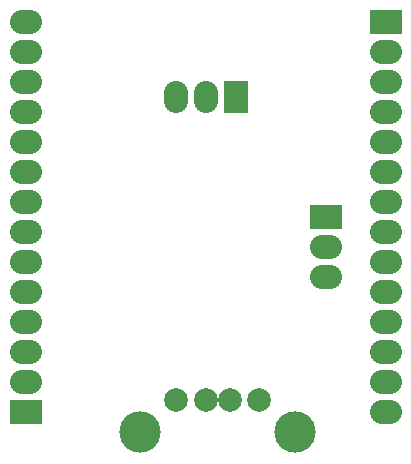
<source format=gbs>
G04 (created by PCBNEW-RS274X (2012-02-19 BZR 3421)-stable) date lun 16 abr 2012 11:22:40 COT*
G01*
G70*
G90*
%MOIN*%
G04 Gerber Fmt 3.4, Leading zero omitted, Abs format*
%FSLAX34Y34*%
G04 APERTURE LIST*
%ADD10C,0.001000*%
%ADD11R,0.106600X0.080000*%
%ADD12O,0.106600X0.080000*%
%ADD13C,0.138100*%
%ADD14C,0.079100*%
%ADD15R,0.080000X0.106600*%
%ADD16O,0.080000X0.106600*%
G04 APERTURE END LIST*
G54D10*
G54D11*
X44000Y-36500D03*
G54D12*
X44000Y-35500D03*
X44000Y-34500D03*
X44000Y-33500D03*
X44000Y-32500D03*
X44000Y-31500D03*
X44000Y-30500D03*
X44000Y-29500D03*
X44000Y-28500D03*
X44000Y-27500D03*
X44000Y-26500D03*
X44000Y-25500D03*
X44000Y-24500D03*
X44000Y-23500D03*
G54D11*
X56000Y-23500D03*
G54D12*
X56000Y-24500D03*
X56000Y-25500D03*
X56000Y-26500D03*
X56000Y-27500D03*
X56000Y-28500D03*
X56000Y-29500D03*
X56000Y-30500D03*
X56000Y-31500D03*
X56000Y-32500D03*
X56000Y-33500D03*
X56000Y-34500D03*
X56000Y-35500D03*
X56000Y-36500D03*
G54D13*
X47813Y-37159D03*
X52987Y-37159D03*
G54D14*
X49022Y-36092D03*
X50006Y-36092D03*
X50794Y-36092D03*
X51778Y-36092D03*
G54D15*
X51000Y-26000D03*
G54D16*
X50000Y-26000D03*
X49000Y-26000D03*
G54D11*
X54000Y-30000D03*
G54D12*
X54000Y-31000D03*
X54000Y-32000D03*
M02*

</source>
